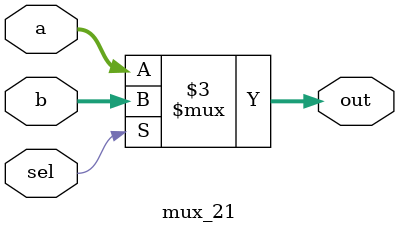
<source format=v>
`timescale 1ns / 1ps
module mux_21(a, b, sel, out);
    parameter WIDTH = 8;
    
    input [WIDTH-1:0] a, b;
    input sel;
    output reg [WIDTH-1:0] out;
    
    always @ (*) begin
        out = sel == 0 ? a : b;
    end
    
endmodule

</source>
